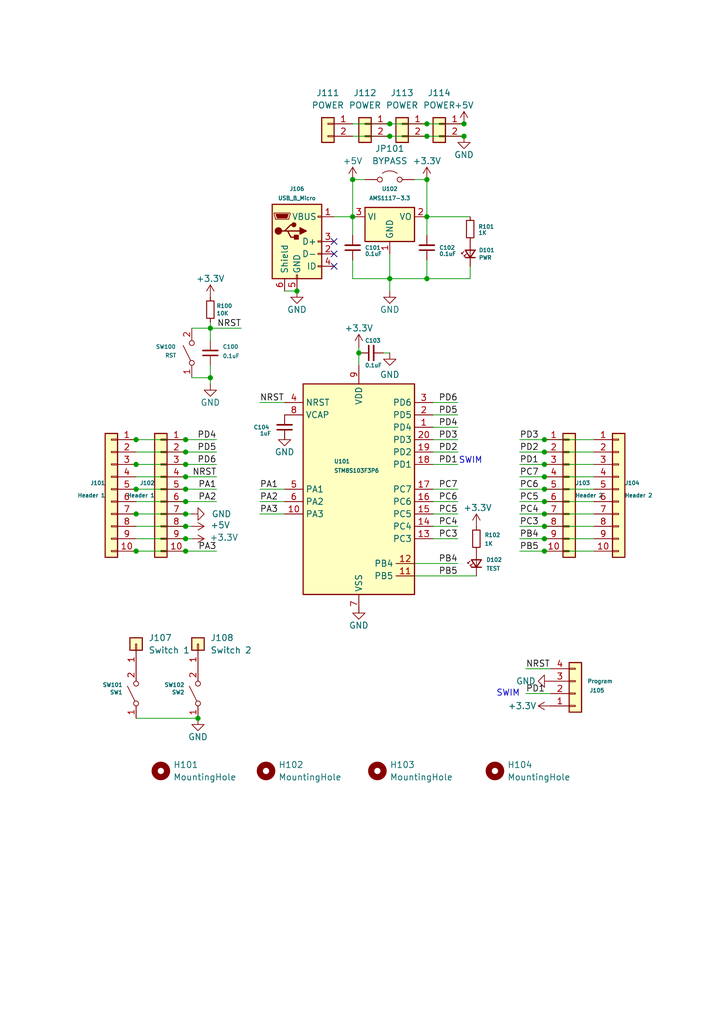
<source format=kicad_sch>
(kicad_sch (version 20231120) (generator "eeschema") (generator_version "8.0")
  (paper "A5" portrait)
  (title_block (title "STM8-Blue") (date "2024-09-28") (rev "1"))
  (lib_symbols
    (symbol "Connector:USB_B_Micro" (pin_names (offset 1.016))
      (property "Reference" "J" (at -5.08 11.43 0))
      (property "Value" "USB_B_Micro" (at -5.08 8.89 0))
      (symbol "USB_B_Micro_0_1"
        (rectangle (start -5.08 -7.62) (end 5.08 7.62) (stroke (width 0.254)) (fill (type background)))
        (circle (center -3.81 2.159) (radius 0.635) (stroke (width 0.254)) (fill (type outline)))
        (circle (center -0.635 3.429) (radius 0.381) (stroke (width 0.254)) (fill (type outline)))
        (rectangle (start -0.127 -7.62) (end 0.127 -6.858))
        (polyline (pts (xy -1.905 2.159) (xy 0.635 2.159)) (stroke (width 0.254)))
        (polyline (pts (xy -3.175 2.159) (xy -2.54 2.159) (xy -1.27 3.429) (xy -0.635 3.429)) (stroke (width 0.254)))
        (polyline (pts (xy -2.54 2.159) (xy -1.905 2.159) (xy -1.27 0.889) (xy 0 0.889)) (stroke (width 0.254)))
        (polyline (pts (xy 0.635 2.794) (xy 0.635 1.524) (xy 1.905 2.159) (xy 0.635 2.794)) (stroke (width 0.254)) (fill (type outline)))
        (polyline (pts (xy -4.318 5.588) (xy -1.778 5.588) (xy -2.032 4.826) (xy -4.064 4.826) (xy -4.318 5.588)) (fill (type outline)))
        (polyline (pts (xy -4.699 5.842) (xy -4.699 5.588) (xy -4.445 4.826) (xy -4.445 4.572) (xy -1.651 4.572) (xy -1.651 4.826) (xy -1.397 5.588) (xy -1.397 5.842) (xy -4.699 5.842)))
        (rectangle (start 0.254 1.27) (end -0.508 0.508) (stroke (width 0.254)) (fill (type outline)))
        (rectangle (start 5.08 -5.207) (end 4.318 -4.953))
        (rectangle (start 5.08 -2.667) (end 4.318 -2.413))
        (rectangle (start 5.08 -0.127) (end 4.318 0.127))
        (rectangle (start 5.08 4.953) (end 4.318 5.207))
      )
      (symbol "USB_B_Micro_1_1"
        (pin power_out line (at 7.62 5.08 180) (length 2.54) (name "VBUS") (number "1"))
        (pin bidirectional line (at 7.62 -2.54 180) (length 2.54) (name "D-") (number "2"))
        (pin bidirectional line (at 7.62 0 180) (length 2.54) (name "D+") (number "3"))
        (pin passive line (at 7.62 -5.08 180) (length 2.54) (name "ID") (number "4"))
        (pin power_out line (at 0 -10.16 90) (length 2.54) (name "GND") (number "5"))
        (pin passive line (at -2.54 -10.16 90) (length 2.54) (name "Shield") (number "6"))
      )
    )
    (symbol "Connector_Generic:Conn_01x01" (pin_names (offset 1.016) hide)
      (property "Reference" "J" (at 0 2.54 0))
      (property "Value" "Conn_01x01" (at 0 -2.54 0))
      (symbol "Conn_01x01_1_1"
        (rectangle (start -1.27 0.127) (end 0 -0.127) (stroke (width 0.1524)))
        (rectangle (start -1.27 1.27) (end 1.27 -1.27) (stroke (width 0.254)) (fill (type background)))
        (pin passive line (at -5.08 0 0) (length 3.81) (name "Pin_1") (number "1"))
      )
    )
    (symbol "Connector_Generic:Conn_01x02" (pin_names (offset 1.016) hide)
      (property "Reference" "J" (at 0 2.54 0))
      (property "Value" "Conn_01x02" (at 0 -5.08 0))
      (symbol "Conn_01x02_1_1"
        (rectangle (start -1.27 -2.413) (end 0 -2.667) (stroke (width 0.1524)))
        (rectangle (start -1.27 0.127) (end 0 -0.127) (stroke (width 0.1524)))
        (rectangle (start -1.27 1.27) (end 1.27 -3.81) (stroke (width 0.254)) (fill (type background)))
        (pin passive line (at -5.08 0 0) (length 3.81) (name "Pin_1") (number "1"))
        (pin passive line (at -5.08 -2.54 0) (length 3.81) (name "Pin_2") (number "2"))
      )
    )
    (symbol "Connector_Generic:Conn_01x04" (pin_names (offset 1.016) hide)
      (property "Reference" "J" (at 0 5.08 0))
      (property "Value" "Conn_01x04" (at 0 -7.62 0))
      (symbol "Conn_01x04_1_1"
        (rectangle (start -1.27 -4.953) (end 0 -5.207) (stroke (width 0.1524)))
        (rectangle (start -1.27 -2.413) (end 0 -2.667) (stroke (width 0.1524)))
        (rectangle (start -1.27 0.127) (end 0 -0.127) (stroke (width 0.1524)))
        (rectangle (start -1.27 2.667) (end 0 2.413) (stroke (width 0.1524)))
        (rectangle (start -1.27 3.81) (end 1.27 -6.35) (stroke (width 0.254)) (fill (type background)))
        (pin passive line (at -5.08 2.54 0) (length 3.81) (name "Pin_1") (number "1"))
        (pin passive line (at -5.08 0 0) (length 3.81) (name "Pin_2") (number "2"))
        (pin passive line (at -5.08 -2.54 0) (length 3.81) (name "Pin_3") (number "3"))
        (pin passive line (at -5.08 -5.08 0) (length 3.81) (name "Pin_4") (number "4"))
      )
    )
    (symbol "Connector_Generic:Conn_01x10" (pin_names (offset 1.016) hide)
      (property "Reference" "J" (at 0 12.7 0))
      (property "Value" "Conn_01x10" (at 0 -15.24 0))
      (symbol "Conn_01x10_1_1"
        (rectangle (start -1.27 -12.573) (end 0 -12.827) (stroke (width 0.1524)))
        (rectangle (start -1.27 -10.033) (end 0 -10.287) (stroke (width 0.1524)))
        (rectangle (start -1.27 -7.493) (end 0 -7.747) (stroke (width 0.1524)))
        (rectangle (start -1.27 -4.953) (end 0 -5.207) (stroke (width 0.1524)))
        (rectangle (start -1.27 -2.413) (end 0 -2.667) (stroke (width 0.1524)))
        (rectangle (start -1.27 0.127) (end 0 -0.127) (stroke (width 0.1524)))
        (rectangle (start -1.27 2.667) (end 0 2.413) (stroke (width 0.1524)))
        (rectangle (start -1.27 5.207) (end 0 4.953) (stroke (width 0.1524)))
        (rectangle (start -1.27 7.747) (end 0 7.493) (stroke (width 0.1524)))
        (rectangle (start -1.27 10.287) (end 0 10.033) (stroke (width 0.1524)))
        (rectangle (start -1.27 11.43) (end 1.27 -13.97) (stroke (width 0.254)) (fill (type background)))
        (pin passive line (at -5.08 10.16 0) (length 3.81) (name "Pin_1") (number "1"))
        (pin passive line (at -5.08 -12.7 0) (length 3.81) (name "Pin_10") (number "10"))
        (pin passive line (at -5.08 7.62 0) (length 3.81) (name "Pin_2") (number "2"))
        (pin passive line (at -5.08 5.08 0) (length 3.81) (name "Pin_3") (number "3"))
        (pin passive line (at -5.08 2.54 0) (length 3.81) (name "Pin_4") (number "4"))
        (pin passive line (at -5.08 0 0) (length 3.81) (name "Pin_5") (number "5"))
        (pin passive line (at -5.08 -2.54 0) (length 3.81) (name "Pin_6") (number "6"))
        (pin passive line (at -5.08 -5.08 0) (length 3.81) (name "Pin_7") (number "7"))
        (pin passive line (at -5.08 -7.62 0) (length 3.81) (name "Pin_8") (number "8"))
        (pin passive line (at -5.08 -10.16 0) (length 3.81) (name "Pin_9") (number "9"))
      )
    )
    (symbol "Device:C_Small" (pin_numbers hide) (pin_names (offset 0.254) hide)
      (property "Reference" "C" (at 0.254 1.778 0))
      (property "Value" "C_Small" (at 0.254 -2.032 0))
      (symbol "C_Small_0_1"
        (polyline (pts (xy -1.524 -0.508) (xy 1.524 -0.508)) (stroke (width 0.3302)))
        (polyline (pts (xy -1.524 0.508) (xy 1.524 0.508)) (stroke (width 0.3048)))
      )
      (symbol "C_Small_1_1"
        (pin passive line (at 0 2.54 270) (length 2.032) (name "~") (number "1"))
        (pin passive line (at 0 -2.54 90) (length 2.032) (name "~") (number "2"))
      )
    )
    (symbol "Device:LED_Small" (pin_numbers hide) (pin_names (offset 0.254) hide)
      (property "Reference" "D" (at -1.27 3.175 0))
      (property "Value" "LED_Small" (at -4.445 -2.54 0))
      (symbol "LED_Small_0_1"
        (polyline (pts (xy -0.762 -1.016) (xy -0.762 1.016)) (stroke (width 0.254)))
        (polyline (pts (xy 1.016 0) (xy -0.762 0)))
        (polyline (pts (xy 0.762 -1.016) (xy -0.762 0) (xy 0.762 1.016) (xy 0.762 -1.016)) (stroke (width 0.254)))
        (polyline (pts (xy 0 0.762) (xy -0.508 1.27) (xy -0.254 1.27) (xy -0.508 1.27) (xy -0.508 1.016)))
        (polyline (pts (xy 0.508 1.27) (xy 0 1.778) (xy 0.254 1.778) (xy 0 1.778) (xy 0 1.524)))
      )
      (symbol "LED_Small_1_1"
        (pin passive line (at -2.54 0 0) (length 1.778) (name "K") (number "1"))
        (pin passive line (at 2.54 0 180) (length 1.778) (name "A") (number "2"))
      )
    )
    (symbol "Device:R_Small" (pin_numbers hide) (pin_names (offset 0.254) hide)
      (property "Reference" "R" (at 0.762 0.508 0))
      (property "Value" "R_Small" (at 0.762 -1.016 0))
      (symbol "R_Small_0_1"
        (rectangle (start -0.762 1.778) (end 0.762 -1.778) (stroke (width 0.2032)))
      )
      (symbol "R_Small_1_1"
        (pin passive line (at 0 2.54 270) (length 0.762) (name "~") (number "1"))
        (pin passive line (at 0 -2.54 90) (length 0.762) (name "~") (number "2"))
      )
    )
    (symbol "Jumper:Jumper_2_Open" (pin_numbers hide) (pin_names (offset 0) hide) (exclude_from_sim yes)
      (property "Reference" "JP" (at 0 2.794 0))
      (property "Value" "Jumper_2_Open" (at 0 -2.286 0))
      (symbol "Jumper_2_Open_0_0"
        (circle (center -2.032 0) (radius 0.508))
        (circle (center 2.032 0) (radius 0.508))
      )
      (symbol "Jumper_2_Open_0_1"
        (arc (start 1.524 1.27) (mid 0 1.778) (end -1.524 1.27))
      )
      (symbol "Jumper_2_Open_1_1"
        (pin passive line (at -5.08 0 0) (length 2.54) (name "A") (number "1"))
        (pin passive line (at 5.08 0 180) (length 2.54) (name "B") (number "2"))
      )
    )
    (symbol "Ken:STM8S003F3P"
      (property "Reference" "U102" (at -5.08 5.715 0))
      (property "Value" "STM8S103F3P6" (at -5.08 3.81 0))
      (symbol "STM8S003F3P_0_1"
        (rectangle (start -11.43 21.59) (end 11.43 -21.59) (stroke (width 0.254)) (fill (type background)))
      )
      (symbol "STM8S003F3P_1_1"
        (pin bidirectional line (at 15.24 12.7 180) (length 3.81) (name "PD4") (number "1"))
        (pin bidirectional line (at -15.24 -5.08 0) (length 3.81) (name "PA3") (number "10"))
        (pin bidirectional line (at 11.43 -17.78 180) (length 3.81) (name "PB5") (number "11"))
        (pin bidirectional line (at 11.43 -15.24 180) (length 3.81) (name "PB4") (number "12"))
        (pin bidirectional line (at 15.24 -10.16 180) (length 3.81) (name "PC3") (number "13"))
        (pin bidirectional line (at 15.24 -7.62 180) (length 3.81) (name "PC4") (number "14"))
        (pin bidirectional line (at 15.24 -5.08 180) (length 3.81) (name "PC5") (number "15"))
        (pin bidirectional line (at 15.24 -2.54 180) (length 3.81) (name "PC6") (number "16"))
        (pin bidirectional line (at 15.24 0 180) (length 3.81) (name "PC7") (number "17"))
        (pin bidirectional line (at 15.24 5.08 180) (length 3.81) (name "PD1") (number "18"))
        (pin bidirectional line (at 15.24 7.62 180) (length 3.81) (name "PD2") (number "19"))
        (pin bidirectional line (at 15.24 15.24 180) (length 3.81) (name "PD5") (number "2"))
        (pin bidirectional line (at 15.24 10.16 180) (length 3.81) (name "PD3") (number "20"))
        (pin bidirectional line (at 15.24 17.78 180) (length 3.81) (name "PD6") (number "3"))
        (pin input line (at -15.24 17.78 0) (length 3.81) (name "NRST") (number "4"))
        (pin bidirectional line (at -15.24 0 0) (length 3.81) (name "PA1") (number "5"))
        (pin bidirectional line (at -15.24 -2.54 0) (length 3.81) (name "PA2") (number "6"))
        (pin power_in line (at 0 -25.4 90) (length 3.81) (name "VSS") (number "7"))
        (pin passive line (at -15.24 15.24 0) (length 3.81) (name "VCAP") (number "8"))
        (pin power_in line (at 0 25.4 270) (length 3.81) (name "VDD") (number "9"))
      )
    )
    (symbol "Mechanical:MountingHole" (pin_names (offset 1.016)) (exclude_from_sim yes) (in_bom no)
      (property "Reference" "H" (at 0 5.08 0))
      (property "Value" "MountingHole" (at 0 3.175 0))
      (symbol "MountingHole_0_1"
        (circle (center 0 0) (radius 1.27) (stroke (width 1.27)))
      )
    )
    (symbol "Regulator_Linear:AMS1117-3.3"
      (property "Reference" "U" (at -3.81 3.175 0))
      (property "Value" "AMS1117-3.3" (at 0 3.175 0))
      (symbol "AMS1117-3.3_0_1"
        (rectangle (start -5.08 -5.08) (end 5.08 1.905) (stroke (width 0.254)) (fill (type background)))
      )
      (symbol "AMS1117-3.3_1_1"
        (pin power_in line (at 0 -7.62 90) (length 2.54) (name "GND") (number "1"))
        (pin power_out line (at 7.62 0 180) (length 2.54) (name "VO") (number "2"))
        (pin power_in line (at -7.62 0 0) (length 2.54) (name "VI") (number "3"))
      )
    )
    (symbol "Switch:SW_SPST" (pin_names (offset 0) hide)
      (property "Reference" "SW" (at 0 3.175 0))
      (property "Value" "SW_SPST" (at 0 -2.54 0))
      (symbol "SW_SPST_0_0"
        (circle (center -2.032 0) (radius 0.508))
        (polyline (pts (xy -1.524 0.254) (xy 1.524 1.778)))
        (circle (center 2.032 0) (radius 0.508))
      )
      (symbol "SW_SPST_1_1"
        (pin passive line (at -5.08 0 0) (length 2.54) (name "A") (number "1"))
        (pin passive line (at 5.08 0 180) (length 2.54) (name "B") (number "2"))
      )
    )
    (symbol "power:+3.3V" (power) (pin_numbers hide) (pin_names (offset 0) hide)
      (property "Value" "+3.3V" (at 0 3.556 0))
      (symbol "+3.3V_0_1"
        (polyline (pts (xy -0.762 1.27) (xy 0 2.54)))
        (polyline (pts (xy 0 0) (xy 0 2.54)))
        (polyline (pts (xy 0 2.54) (xy 0.762 1.27)))
      )
      (symbol "+3.3V_1_1"
        (pin power_in line (at 0 0 90) (length 0) (name "~") (number "1"))
      )
    )
    (symbol "power:+5V" (power) (pin_numbers hide) (pin_names (offset 0) hide)
      (property "Value" "+5V" (at 0 3.556 0))
      (symbol "+5V_0_1"
        (polyline (pts (xy -0.762 1.27) (xy 0 2.54)))
        (polyline (pts (xy 0 0) (xy 0 2.54)))
        (polyline (pts (xy 0 2.54) (xy 0.762 1.27)))
      )
      (symbol "+5V_1_1"
        (pin power_in line (at 0 0 90) (length 0) (name "~") (number "1"))
      )
    )
    (symbol "power:GND" (power) (pin_numbers hide) (pin_names (offset 0) hide)
      (property "Value" "GND" (at 0 -3.81 0))
      (symbol "GND_0_1"
        (polyline (pts (xy 0 0) (xy 0 -1.27) (xy 1.27 -1.27) (xy 0 -2.54) (xy -1.27 -1.27) (xy 0 -1.27)))
      )
      (symbol "GND_1_1"
        (pin power_in line (at 0 0 270) (length 0) (name "~") (number "1"))
      )
    )
  )
  (junction (at 38.1 90.17))
  (junction (at 87.63 27.94))
  (junction (at 43.18 67.31))
  (junction (at 111.76 92.71))
  (junction (at 73.66 72.39))
  (junction (at 60.96 59.69))
  (junction (at 72.39 44.45))
  (junction (at 111.76 105.41))
  (junction (at 111.76 107.95))
  (junction (at 80.01 25.4))
  (junction (at 40.64 147.32))
  (junction (at 38.1 105.41))
  (junction (at 111.76 110.49))
  (junction (at 80.01 27.94))
  (junction (at 38.1 113.03))
  (junction (at 111.76 95.25))
  (junction (at 27.94 113.03))
  (junction (at 111.76 102.87))
  (junction (at 87.63 57.15))
  (junction (at 38.1 97.79))
  (junction (at 72.39 36.83))
  (junction (at 43.18 77.47))
  (junction (at 87.63 36.83))
  (junction (at 27.94 105.41))
  (junction (at 80.01 57.15))
  (junction (at 95.25 25.4))
  (junction (at 38.1 107.95))
  (junction (at 27.94 100.33))
  (junction (at 87.63 44.45))
  (junction (at 87.63 25.4))
  (junction (at 111.76 97.79))
  (junction (at 38.1 92.71))
  (junction (at 38.1 110.49))
  (junction (at 38.1 102.87))
  (junction (at 95.25 27.94))
  (junction (at 111.76 90.17))
  (junction (at 38.1 100.33))
  (junction (at 27.94 90.17))
  (junction (at 27.94 95.25))
  (junction (at 111.76 113.03))
  (junction (at 111.76 100.33))
  (junction (at 38.1 95.25))
  (no_connect (at 68.58 49.53))
  (no_connect (at 68.58 52.07))
  (no_connect (at 68.58 54.61))
  (wire (pts (xy 93.98 100.33) (xy 88.9 100.33)))
  (wire (pts (xy 111.76 102.87) (xy 106.68 102.87)))
  (wire (pts (xy 93.98 107.95) (xy 88.9 107.95)))
  (wire (pts (xy 27.94 97.79) (xy 38.1 97.79)))
  (wire (pts (xy 72.39 25.4) (xy 80.01 25.4)))
  (wire (pts (xy 88.9 85.09) (xy 93.98 85.09)))
  (wire (pts (xy 73.66 124.46) (xy 73.66 125.73)))
  (wire (pts (xy 38.1 107.95) (xy 39.37 107.95)))
  (wire (pts (xy 26.67 113.03) (xy 27.94 113.03)))
  (wire (pts (xy 53.34 82.55) (xy 58.42 82.55)))
  (wire (pts (xy 72.39 57.15) (xy 80.01 57.15)))
  (wire (pts (xy 111.76 107.95) (xy 106.68 107.95)))
  (wire (pts (xy 88.9 90.17) (xy 93.98 90.17)))
  (wire (pts (xy 80.01 57.15) (xy 80.01 59.69)))
  (wire (pts (xy 27.94 147.32) (xy 40.64 147.32)))
  (wire (pts (xy 87.63 53.34) (xy 87.63 57.15)))
  (wire (pts (xy 96.52 44.45) (xy 87.63 44.45)))
  (wire (pts (xy 27.94 90.17) (xy 38.1 90.17)))
  (wire (pts (xy 111.76 97.79) (xy 121.92 97.79)))
  (wire (pts (xy 27.94 100.33) (xy 38.1 100.33)))
  (wire (pts (xy 73.66 71.12) (xy 73.66 72.39)))
  (wire (pts (xy 43.18 67.31) (xy 43.18 69.85)))
  (wire (pts (xy 96.52 54.61) (xy 96.52 57.15)))
  (wire (pts (xy 72.39 27.94) (xy 80.01 27.94)))
  (wire (pts (xy 38.1 102.87) (xy 44.45 102.87)))
  (wire (pts (xy 80.01 27.94) (xy 87.63 27.94)))
  (wire (pts (xy 111.76 107.95) (xy 121.92 107.95)))
  (wire (pts (xy 111.76 95.25) (xy 121.92 95.25)))
  (wire (pts (xy 111.76 100.33) (xy 106.68 100.33)))
  (wire (pts (xy 27.94 110.49) (xy 38.1 110.49)))
  (wire (pts (xy 111.76 90.17) (xy 106.68 90.17)))
  (wire (pts (xy 111.76 105.41) (xy 121.92 105.41)))
  (wire (pts (xy 58.42 88.9) (xy 58.42 90.17)))
  (wire (pts (xy 68.58 44.45) (xy 72.39 44.45)))
  (wire (pts (xy 38.1 95.25) (xy 44.45 95.25)))
  (wire (pts (xy 27.94 107.95) (xy 38.1 107.95)))
  (wire (pts (xy 39.37 77.47) (xy 43.18 77.47)))
  (wire (pts (xy 53.34 100.33) (xy 58.42 100.33)))
  (wire (pts (xy 26.67 100.33) (xy 27.94 100.33)))
  (wire (pts (xy 43.18 77.47) (xy 43.18 78.74)))
  (wire (pts (xy 88.9 92.71) (xy 93.98 92.71)))
  (wire (pts (xy 43.18 67.31) (xy 43.18 66.04)))
  (wire (pts (xy 111.76 100.33) (xy 121.92 100.33)))
  (wire (pts (xy 111.76 113.03) (xy 106.68 113.03)))
  (wire (pts (xy 38.1 105.41) (xy 39.37 105.41)))
  (wire (pts (xy 58.42 59.69) (xy 60.96 59.69)))
  (wire (pts (xy 43.18 74.93) (xy 43.18 77.47)))
  (wire (pts (xy 93.98 95.25) (xy 88.9 95.25)))
  (wire (pts (xy 27.94 105.41) (xy 38.1 105.41)))
  (wire (pts (xy 80.01 52.07) (xy 80.01 57.15)))
  (wire (pts (xy 111.76 113.03) (xy 121.92 113.03)))
  (wire (pts (xy 87.63 27.94) (xy 95.25 27.94)))
  (wire (pts (xy 53.34 102.87) (xy 58.42 102.87)))
  (wire (pts (xy 38.1 90.17) (xy 44.45 90.17)))
  (wire (pts (xy 93.98 110.49) (xy 88.9 110.49)))
  (wire (pts (xy 26.67 90.17) (xy 27.94 90.17)))
  (wire (pts (xy 106.68 105.41) (xy 111.76 105.41)))
  (wire (pts (xy 111.76 110.49) (xy 106.68 110.49)))
  (wire (pts (xy 38.1 110.49) (xy 39.37 110.49)))
  (wire (pts (xy 43.18 67.31) (xy 49.53 67.31)))
  (wire (pts (xy 93.98 102.87) (xy 88.9 102.87)))
  (wire (pts (xy 27.94 92.71) (xy 38.1 92.71)))
  (wire (pts (xy 73.66 72.39) (xy 73.66 74.93)))
  (wire (pts (xy 87.63 48.26) (xy 87.63 44.45)))
  (wire (pts (xy 111.76 102.87) (xy 121.92 102.87)))
  (wire (pts (xy 27.94 102.87) (xy 38.1 102.87)))
  (wire (pts (xy 72.39 36.83) (xy 74.93 36.83)))
  (wire (pts (xy 72.39 53.34) (xy 72.39 57.15)))
  (wire (pts (xy 111.76 92.71) (xy 121.92 92.71)))
  (wire (pts (xy 80.01 25.4) (xy 87.63 25.4)))
  (wire (pts (xy 87.63 36.83) (xy 87.63 44.45)))
  (wire (pts (xy 87.63 57.15) (xy 80.01 57.15)))
  (wire (pts (xy 26.67 95.25) (xy 27.94 95.25)))
  (wire (pts (xy 97.79 118.11) (xy 85.09 118.11)))
  (wire (pts (xy 38.1 97.79) (xy 44.45 97.79)))
  (wire (pts (xy 72.39 36.83) (xy 72.39 44.45)))
  (wire (pts (xy 38.1 92.71) (xy 44.45 92.71)))
  (wire (pts (xy 111.76 110.49) (xy 121.92 110.49)))
  (wire (pts (xy 88.9 82.55) (xy 93.98 82.55)))
  (wire (pts (xy 111.76 97.79) (xy 106.68 97.79)))
  (wire (pts (xy 113.03 142.24) (xy 107.95 142.24)))
  (wire (pts (xy 96.52 57.15) (xy 87.63 57.15)))
  (wire (pts (xy 93.98 115.57) (xy 85.09 115.57)))
  (wire (pts (xy 93.98 105.41) (xy 88.9 105.41)))
  (wire (pts (xy 85.09 36.83) (xy 87.63 36.83)))
  (wire (pts (xy 111.76 92.71) (xy 106.68 92.71)))
  (wire (pts (xy 88.9 87.63) (xy 93.98 87.63)))
  (wire (pts (xy 27.94 95.25) (xy 38.1 95.25)))
  (wire (pts (xy 87.63 25.4) (xy 95.25 25.4)))
  (wire (pts (xy 38.1 113.03) (xy 44.45 113.03)))
  (wire (pts (xy 26.67 105.41) (xy 27.94 105.41)))
  (wire (pts (xy 113.03 137.16) (xy 107.95 137.16)))
  (wire (pts (xy 111.76 90.17) (xy 121.92 90.17)))
  (wire (pts (xy 39.37 67.31) (xy 43.18 67.31)))
  (wire (pts (xy 111.76 95.25) (xy 106.68 95.25)))
  (wire (pts (xy 27.94 113.03) (xy 38.1 113.03)))
  (wire (pts (xy 78.74 72.39) (xy 80.01 72.39)))
  (wire (pts (xy 72.39 48.26) (xy 72.39 44.45)))
  (wire (pts (xy 53.34 105.41) (xy 58.42 105.41)))
  (wire (pts (xy 38.1 100.33) (xy 44.45 100.33)))
  (text "SWIM" (at 99.06 95.25 0) (effects (font (size 1.27 1.27)) (justify right bottom)))
  (text "SWIM" (at 101.854 143.002 0) (effects (font (size 1.27 1.27)) (justify left bottom)))
  (label "PA2" (at 44.45 102.87 180))
  (label "PD3" (at 106.68 90.17 0))
  (label "PB5" (at 93.98 118.11 180))
  (label "PA2" (at 53.34 102.87 0))
  (label "PD3" (at 93.98 90.17 180))
  (label "PC5" (at 93.98 105.41 180))
  (label "PA3" (at 44.45 113.03 180))
  (label "NRST" (at 53.34 82.55 0))
  (label "PD2" (at 93.98 92.71 180))
  (label "PD6" (at 93.98 82.55 180))
  (label "NRST" (at 44.45 97.79 180))
  (label "PC7" (at 93.98 100.33 180))
  (label "PC3" (at 106.68 107.95 0))
  (label "PC4" (at 106.68 105.41 0))
  (label "NRST" (at 49.53 67.31 180))
  (label "PB4" (at 106.68 110.49 0))
  (label "PD1" (at 107.95 142.24 0))
  (label "PA1" (at 44.45 100.33 180))
  (label "PD4" (at 44.45 90.17 180))
  (label "PC4" (at 93.98 107.95 180))
  (label "PD4" (at 93.98 87.63 180))
  (label "PD6" (at 44.45 95.25 180))
  (label "PD2" (at 106.68 92.71 0))
  (label "PB5" (at 106.68 113.03 0))
  (label "PD5" (at 44.45 92.71 180))
  (label "PA3" (at 53.34 105.41 0))
  (label "PC6" (at 93.98 102.87 180))
  (label "PB4" (at 93.98 115.57 180))
  (label "PA1" (at 53.34 100.33 0))
  (label "PC7" (at 106.68 97.79 0))
  (label "PC3" (at 93.98 110.49 180))
  (label "NRST" (at 107.95 137.16 0))
  (label "PD1" (at 93.98 95.25 180))
  (label "PD5" (at 93.98 85.09 180))
  (label "PC6" (at 106.68 100.33 0))
  (label "PC5" (at 106.68 102.87 0))
  (label "PD1" (at 106.68 95.25 0))
  (symbol (lib_id "Switch:SW_SPST") (at 39.37 72.39 90) (unit 1)
    (property "Reference" "SW100" (at 34.036 71.12 90) (effects (font (size 0.8 0.8))))
    (property "Value" "RST" (at 35.052 72.898 90) (effects (font (size 0.8 0.8))))
    (property "Footprint" "Button_Switch_THT:SW_PUSH_6mm_H5mm" (effects (hide yes)))
    (property "Description" "Single Pole Single Throw (SPST) switch" (effects (hide yes)))
  )
  (symbol (lib_id "power:GND") (at 43.18 78.74 0) (unit 1)
    (property "Reference" "#PWR0108" (effects (hide yes)))
    (property "Value" "GND" (at 43.18 82.55 0))
    (property "Description" "Power symbol creates a global label with name \"GND\" , ground" (effects (hide yes)))
  )
  (symbol (lib_id "Device:R_Small") (at 43.18 63.5 180) (unit 1)
    (property "Reference" "R100" (at 44.45 62.738 0) (effects (font (size 0.8 0.8)) (justify right)))
    (property "Value" "10K" (at 44.45 64.262 0) (effects (font (size 0.8 0.8)) (justify right)))
    (property "Footprint" "Resistor_THT:R_Axial_DIN0207_L6.3mm_D2.5mm_P10.16mm_Horizontal" (effects (hide yes)))
    (property "Description" "Resistor, small symbol" (effects (hide yes)))
  )
  (symbol (lib_id "Mechanical:MountingHole") (at 33.02 158.115 0) (unit 1)
    (property "Reference" "H101" (at 35.56 156.845 0) (effects (justify left)))
    (property "Value" "MountingHole" (at 35.56 159.385 0) (effects (justify left)))
    (property "Footprint" "MountingHole:MountingHole_3.5mm_Pad" (effects (hide yes)))
    (property "Description" "Mounting Hole without connection" (effects (hide yes)))
  )
  (symbol (lib_id "Device:C_Small") (at 43.18 72.39 180) (unit 1)
    (property "Reference" "C100" (at 45.72 71.1136 0) (effects (font (size 0.8 0.8)) (justify right)))
    (property "Value" "0.1uF" (at 45.72 73.0186 0) (effects (font (size 0.8 0.8)) (justify right)))
    (property "Footprint" "Capacitor_SMD:C_0805_2012Metric_Pad1.18x1.45mm_HandSolder" (effects (hide yes)))
    (property "Description" "Unpolarized capacitor, small symbol" (effects (hide yes)))
  )
  (symbol (lib_id "Device:C_Small") (at 87.63 50.8 180) (unit 1)
    (property "Reference" "C102" (at 90.17 50.8 0) (effects (font (size 0.8 0.8)) (justify right)))
    (property "Value" "0.1uF" (at 90.17 52.07 0) (effects (font (size 0.8 0.8)) (justify right)))
    (property "Footprint" "Capacitor_SMD:C_0805_2012Metric_Pad1.18x1.45mm_HandSolder" (effects (hide yes)))
    (property "Description" "Unpolarized capacitor, small symbol" (effects (hide yes)))
  )
  (symbol (lib_id "power:+3.3V") (at 87.63 36.83 0) (unit 1)
    (property "Reference" "#PWR0104" (effects (hide yes)))
    (property "Value" "+3.3V" (at 87.63 33.02 0))
    (property "Description" "Power symbol creates a global label with name \"+3.3V\"" (effects (hide yes)))
  )
  (symbol (lib_id "Device:C_Small") (at 58.42 87.63 180) (unit 1)
    (property "Reference" "C104" (at 52.07 87.63 0) (effects (font (size 0.8 0.8)) (justify right)))
    (property "Value" "1uF" (at 53.34 88.9 0) (effects (font (size 0.8 0.8)) (justify right)))
    (property "Footprint" "Capacitor_SMD:C_0805_2012Metric_Pad1.18x1.45mm_HandSolder" (effects (hide yes)))
    (property "Description" "Unpolarized capacitor, small symbol" (effects (hide yes)))
  )
  (symbol (lib_id "power:GND") (at 73.66 124.46 0) (unit 1)
    (property "Reference" "#PWR0118" (effects (hide yes)))
    (property "Value" "GND" (at 73.66 128.27 0))
    (property "Description" "Power symbol creates a global label with name \"GND\" , ground" (effects (hide yes)))
  )
  (symbol (lib_id "Connector_Generic:Conn_01x01") (at 40.64 132.08 90) (unit 1)
    (property "Reference" "J108" (at 43.18 130.81 90) (effects (justify right)))
    (property "Value" "Switch 2" (at 43.18 133.35 90) (effects (justify right)))
    (property "Footprint" "Connector_Wire:SolderWire-0.127sqmm_1x01_D0.48mm_OD1mm" (effects (hide yes)))
    (property "Description" "Generic connector, single row, 01x01, script generated (kicad-library-utils/schlib/autogen/connector/)" (effects (hide yes)))
  )
  (symbol (lib_id "power:+5V") (at 72.39 36.83 0) (unit 1)
    (property "Reference" "#PWR0103" (effects (hide yes)))
    (property "Value" "+5V" (at 72.39 33.02 0))
    (property "Description" "Power symbol creates a global label with name \"+5V\"" (effects (hide yes)))
  )
  (symbol (lib_id "power:+5V") (at 39.37 107.95 270) (unit 1)
    (property "Reference" "#PWR0107" (effects (hide yes)))
    (property "Value" "+5V" (at 45.212 107.696 90))
    (property "Description" "Power symbol creates a global label with name \"+5V\"" (effects (hide yes)))
  )
  (symbol (lib_id "Mechanical:MountingHole") (at 54.61 158.115 0) (unit 1)
    (property "Reference" "H102" (at 57.15 156.845 0) (effects (justify left)))
    (property "Value" "MountingHole" (at 57.15 159.385 0) (effects (justify left)))
    (property "Footprint" "MountingHole:MountingHole_3.5mm_Pad" (effects (hide yes)))
    (property "Description" "Mounting Hole without connection" (effects (hide yes)))
  )
  (symbol (lib_id "power:GND") (at 80.01 59.69 0) (unit 1)
    (property "Reference" "#PWR0109" (effects (hide yes)))
    (property "Value" "GND" (at 80.01 63.5 0))
    (property "Description" "Power symbol creates a global label with name \"GND\" , ground" (effects (hide yes)))
  )
  (symbol (lib_id "power:GND") (at 95.25 27.94 0) (unit 1)
    (property "Reference" "#PWR0120" (effects (hide yes)))
    (property "Value" "GND" (at 95.25 31.75 0))
    (property "Description" "Power symbol creates a global label with name \"GND\" , ground" (effects (hide yes)))
  )
  (symbol (lib_id "power:+3.3V") (at 113.03 144.78 90) (unit 1)
    (property "Reference" "#PWR0114" (effects (hide yes)))
    (property "Value" "+3.3V" (at 107.188 144.78 90))
    (property "Description" "Power symbol creates a global label with name \"+3.3V\"" (effects (hide yes)))
  )
  (symbol (lib_id "Connector_Generic:Conn_01x02") (at 90.17 25.4 0) (mirror y) (unit 1)
    (property "Reference" "J114" (at 90.17 19.05 0))
    (property "Value" "POWER" (at 90.17 21.59 0))
    (property "Footprint" "Connector_PinHeader_2.54mm:PinHeader_1x02_P2.54mm_Vertical" (effects (hide yes)))
    (property "Description" "Generic connector, single row, 01x02, script generated (kicad-library-utils/schlib/autogen/connector/)" (effects (hide yes)))
  )
  (symbol (lib_id "Connector_Generic:Conn_01x02") (at 74.93 25.4 0) (mirror y) (unit 1)
    (property "Reference" "J112" (at 74.93 19.05 0))
    (property "Value" "POWER" (at 74.93 21.59 0))
    (property "Footprint" "Connector_PinHeader_2.54mm:PinHeader_1x02_P2.54mm_Vertical" (effects (hide yes)))
    (property "Description" "Generic connector, single row, 01x02, script generated (kicad-library-utils/schlib/autogen/connector/)" (effects (hide yes)))
  )
  (symbol (lib_id "Device:LED_Small") (at 96.52 52.07 90) (unit 1)
    (property "Reference" "D101" (at 98.298 51.308 90) (effects (font (size 0.8 0.8)) (justify right)))
    (property "Value" "PWR" (at 98.298 52.832 90) (effects (font (size 0.8 0.8)) (justify right)))
    (property "Footprint" "LED_THT:LED_D3.0mm" (effects (hide yes)))
    (property "Description" "Light emitting diode, small symbol" (effects (hide yes)))
  )
  (symbol (lib_id "Connector_Generic:Conn_01x10") (at 33.02 100.33 0) (mirror y) (unit 1)
    (property "Reference" "J102" (at 31.75 99.06 0) (effects (font (size 0.8 0.8)) (justify left)))
    (property "Value" "Header 1" (at 31.75 101.6 0) (effects (font (size 0.8 0.8)) (justify left)))
    (property "Footprint" "Connector_PinHeader_2.54mm:PinHeader_1x10_P2.54mm_Vertical" (effects (hide yes)))
    (property "Description" "Generic connector, single row, 01x10, script generated (kicad-library-utils/schlib/autogen/connector/)" (effects (hide yes)))
  )
  (symbol (lib_id "Jumper:Jumper_2_Open") (at 80.01 36.83 0) (unit 1)
    (property "Reference" "JP101" (at 80.01 30.48 0))
    (property "Value" "BYPASS" (at 80.01 33.02 0))
    (property "Footprint" "Connector_PinHeader_2.54mm:PinHeader_1x02_P2.54mm_Vertical" (effects (hide yes)))
    (property "Description" "Jumper, 2-pole, open" (effects (hide yes)))
  )
  (symbol (lib_id "power:GND") (at 60.96 59.69 0) (unit 1)
    (property "Reference" "#PWR0111" (effects (hide yes)))
    (property "Value" "GND" (at 60.96 63.5 0))
    (property "Description" "Power symbol creates a global label with name \"GND\" , ground" (effects (hide yes)))
  )
  (symbol (lib_id "Device:C_Small") (at 76.2 72.39 90) (mirror x) (unit 1)
    (property "Reference" "C103" (at 74.93 69.85 90) (effects (font (size 0.8 0.8)) (justify right)))
    (property "Value" "0.1uF" (at 74.93 74.93 90) (effects (font (size 0.8 0.8)) (justify right)))
    (property "Footprint" "Capacitor_SMD:C_0805_2012Metric_Pad1.18x1.45mm_HandSolder" (effects (hide yes)))
    (property "Description" "Unpolarized capacitor, small symbol" (effects (hide yes)))
  )
  (symbol (lib_id "power:GND") (at 39.37 105.41 90) (unit 1)
    (property "Reference" "#PWR0106" (effects (hide yes)))
    (property "Value" "GND" (at 45.466 105.41 90))
    (property "Description" "Power symbol creates a global label with name \"GND\" , ground" (effects (hide yes)))
  )
  (symbol (lib_id "power:+3.3V") (at 97.79 107.95 0) (unit 1)
    (property "Reference" "#PWR0116" (effects (hide yes)))
    (property "Value" "+3.3V" (at 98.044 104.14 0))
    (property "Description" "Power symbol creates a global label with name \"+3.3V\"" (effects (hide yes)))
  )
  (symbol (lib_id "power:+5V") (at 95.25 25.4 0) (unit 1)
    (property "Reference" "#PWR0119" (effects (hide yes)))
    (property "Value" "+5V" (at 95.25 21.59 0))
    (property "Description" "Power symbol creates a global label with name \"+5V\"" (effects (hide yes)))
  )
  (symbol (lib_id "Mechanical:MountingHole") (at 101.6 158.115 0) (unit 1)
    (property "Reference" "H104" (at 104.14 156.845 0) (effects (justify left)))
    (property "Value" "MountingHole" (at 104.14 159.385 0) (effects (justify left)))
    (property "Footprint" "MountingHole:MountingHole_3.5mm_Pad" (effects (hide yes)))
    (property "Description" "Mounting Hole without connection" (effects (hide yes)))
  )
  (symbol (lib_id "power:+3.3V") (at 43.18 60.96 0) (unit 1)
    (property "Reference" "#PWR0101" (effects (hide yes)))
    (property "Value" "+3.3V" (at 43.18 57.15 0))
    (property "Description" "Power symbol creates a global label with name \"+3.3V\"" (effects (hide yes)))
  )
  (symbol (lib_id "Connector:USB_B_Micro") (at 60.96 49.53 0) (unit 1)
    (property "Reference" "J106" (at 60.96 38.735 0) (effects (font (size 0.8 0.8))))
    (property "Value" "USB_B_Micro" (at 60.96 40.64 0) (effects (font (size 0.8 0.8))))
    (property "Footprint" "Ken:USB Micro power" (effects (hide yes)))
    (property "Description" "USB Micro Type B connector" (effects (hide yes)))
  )
  (symbol (lib_id "Connector_Generic:Conn_01x10") (at 22.86 100.33 0) (mirror y) (unit 1)
    (property "Reference" "J101" (at 21.59 99.06 0) (effects (font (size 0.8 0.8)) (justify left)))
    (property "Value" "Header 1" (at 21.59 101.6 0) (effects (font (size 0.8 0.8)) (justify left)))
    (property "Footprint" "Connector_PinHeader_2.54mm:PinHeader_1x10_P2.54mm_Vertical" (effects (hide yes)))
    (property "Description" "Generic connector, single row, 01x10, script generated (kicad-library-utils/schlib/autogen/connector/)" (effects (hide yes)))
  )
  (symbol (lib_id "Switch:SW_SPST") (at 27.94 142.24 90) (unit 1)
    (property "Reference" "SW101" (at 23.114 140.462 90) (effects (font (size 0.8 0.8))))
    (property "Value" "SW1" (at 23.876 141.986 90) (effects (font (size 0.8 0.8))))
    (property "Footprint" "Button_Switch_THT:SW_PUSH_6mm_H5mm" (effects (hide yes)))
    (property "Description" "Single Pole Single Throw (SPST) switch" (effects (hide yes)))
  )
  (symbol (lib_id "Device:C_Small") (at 72.39 50.8 180) (unit 1)
    (property "Reference" "C101" (at 74.93 50.8 0) (effects (font (size 0.8 0.8)) (justify right)))
    (property "Value" "0.1uF" (at 74.93 52.07 0) (effects (font (size 0.8 0.8)) (justify right)))
    (property "Footprint" "Capacitor_SMD:C_0805_2012Metric_Pad1.18x1.45mm_HandSolder" (effects (hide yes)))
    (property "Description" "Unpolarized capacitor, small symbol" (effects (hide yes)))
  )
  (symbol (lib_id "power:+3.3V") (at 73.66 71.12 0) (unit 1)
    (property "Reference" "#PWR0112" (effects (hide yes)))
    (property "Value" "+3.3V" (at 73.66 67.31 0))
    (property "Description" "Power symbol creates a global label with name \"+3.3V\"" (effects (hide yes)))
  )
  (symbol (lib_id "Connector_Generic:Conn_01x02") (at 82.55 25.4 0) (mirror y) (unit 1)
    (property "Reference" "J113" (at 82.55 19.05 0))
    (property "Value" "POWER" (at 82.55 21.59 0))
    (property "Footprint" "Connector_PinHeader_2.54mm:PinHeader_1x02_P2.54mm_Vertical" (effects (hide yes)))
    (property "Description" "Generic connector, single row, 01x02, script generated (kicad-library-utils/schlib/autogen/connector/)" (effects (hide yes)))
  )
  (symbol (lib_id "Mechanical:MountingHole") (at 77.47 158.115 0) (unit 1)
    (property "Reference" "H103" (at 80.01 156.845 0) (effects (justify left)))
    (property "Value" "MountingHole" (at 80.01 159.385 0) (effects (justify left)))
    (property "Footprint" "MountingHole:MountingHole_3.5mm_Pad" (effects (hide yes)))
    (property "Description" "Mounting Hole without connection" (effects (hide yes)))
  )
  (symbol (lib_id "power:GND") (at 113.03 139.7 270) (unit 1)
    (property "Reference" "#PWR0115" (effects (hide yes)))
    (property "Value" "GND" (at 107.95 139.7 90))
    (property "Description" "Power symbol creates a global label with name \"GND\" , ground" (effects (hide yes)))
  )
  (symbol (lib_id "Device:R_Small") (at 96.52 46.99 0) (unit 1)
    (property "Reference" "R101" (at 99.822 46.482 0) (effects (font (size 0.8 0.8))))
    (property "Value" "1K" (at 99.06 47.752 0) (effects (font (size 0.8 0.8))))
    (property "Footprint" "Resistor_THT:R_Axial_DIN0207_L6.3mm_D2.5mm_P10.16mm_Horizontal" (effects (hide yes)))
    (property "Description" "Resistor, small symbol" (effects (hide yes)))
  )
  (symbol (lib_id "Connector_Generic:Conn_01x10") (at 116.84 100.33 0) (unit 1)
    (property "Reference" "J103" (at 118.11 99.06 0) (effects (font (size 0.8 0.8)) (justify left)))
    (property "Value" "Header 2" (at 118.11 101.6 0) (effects (font (size 0.8 0.8)) (justify left)))
    (property "Footprint" "Connector_PinHeader_2.54mm:PinHeader_1x10_P2.54mm_Vertical" (effects (hide yes)))
    (property "Description" "Generic connector, single row, 01x10, script generated (kicad-library-utils/schlib/autogen/connector/)" (effects (hide yes)))
  )
  (symbol (lib_id "Connector_Generic:Conn_01x10") (at 127 100.33 0) (unit 1)
    (property "Reference" "J104" (at 128.27 99.06 0) (effects (font (size 0.8 0.8)) (justify left)))
    (property "Value" "Header 2" (at 128.27 101.6 0) (effects (font (size 0.8 0.8)) (justify left)))
    (property "Footprint" "Connector_PinHeader_2.54mm:PinHeader_1x10_P2.54mm_Vertical" (effects (hide yes)))
    (property "Description" "Generic connector, single row, 01x10, script generated (kicad-library-utils/schlib/autogen/connector/)" (effects (hide yes)))
  )
  (symbol (lib_id "Switch:SW_SPST") (at 40.64 142.24 90) (unit 1)
    (property "Reference" "SW102" (at 35.814 140.462 90) (effects (font (size 0.8 0.8))))
    (property "Value" "SW2" (at 36.576 141.986 90) (effects (font (size 0.8 0.8))))
    (property "Footprint" "Button_Switch_THT:SW_PUSH_6mm_H5mm" (effects (hide yes)))
    (property "Description" "Single Pole Single Throw (SPST) switch" (effects (hide yes)))
  )
  (symbol (lib_id "power:GND") (at 58.42 88.9 0) (unit 1)
    (property "Reference" "#PWR0117" (effects (hide yes)))
    (property "Value" "GND" (at 58.42 92.71 0))
    (property "Description" "Power symbol creates a global label with name \"GND\" , ground" (effects (hide yes)))
  )
  (symbol (lib_id "power:GND") (at 80.01 72.39 0) (mirror y) (unit 1)
    (property "Reference" "#PWR0113" (effects (hide yes)))
    (property "Value" "GND" (at 80.01 76.835 0))
    (property "Description" "Power symbol creates a global label with name \"GND\" , ground" (effects (hide yes)))
  )
  (symbol (lib_id "Device:LED_Small") (at 97.79 115.57 90) (unit 1)
    (property "Reference" "D102" (at 99.822 114.808 90) (effects (font (size 0.8 0.8)) (justify right)))
    (property "Value" "TEST" (at 99.822 116.586 90) (effects (font (size 0.8 0.8)) (justify right)))
    (property "Footprint" "LED_THT:LED_D3.0mm" (effects (hide yes)))
    (property "Description" "Light emitting diode, small symbol" (effects (hide yes)))
  )
  (symbol (lib_id "Connector_Generic:Conn_01x04") (at 118.11 142.24 0) (mirror x) (unit 1)
    (property "Reference" "J105" (at 122.555 141.605 0) (effects (font (size 0.8 0.8))))
    (property "Value" "Program" (at 123.19 139.7 0) (effects (font (size 0.8 0.8))))
    (property "Footprint" "Connector_PinHeader_2.54mm:PinHeader_1x04_P2.54mm_Vertical" (effects (hide yes)))
    (property "Description" "Generic connector, single row, 01x04, script generated (kicad-library-utils/schlib/autogen/connector/)" (effects (hide yes)))
  )
  (symbol (lib_id "Regulator_Linear:AMS1117-3.3") (at 80.01 44.45 0) (unit 1)
    (property "Reference" "U102" (at 80.01 38.735 0) (effects (font (size 0.8 0.8))))
    (property "Value" "AMS1117-3.3" (at 80.01 40.64 0) (effects (font (size 0.8 0.8))))
    (property "Footprint" "Package_TO_SOT_SMD:SOT-223-3_TabPin2" (effects (hide yes)))
    (property "Datasheet" "http://www.advanced-monolithic.com/pdf/ds1117.pdf" (effects (hide yes)))
    (property "Description" "1A Low Dropout regulator, positive, 3.3V fixed output, SOT-223" (effects (hide yes)))
  )
  (symbol (lib_id "Connector_Generic:Conn_01x01") (at 27.94 132.08 90) (unit 1)
    (property "Reference" "J107" (at 30.48 130.81 90) (effects (justify right)))
    (property "Value" "Switch 1" (at 30.48 133.35 90) (effects (justify right)))
    (property "Footprint" "Connector_Wire:SolderWire-0.127sqmm_1x01_D0.48mm_OD1mm" (effects (hide yes)))
    (property "Description" "Generic connector, single row, 01x01, script generated (kicad-library-utils/schlib/autogen/connector/)" (effects (hide yes)))
  )
  (symbol (lib_id "Ken:STM8S003F3P") (at 73.66 100.33 0) (unit 1)
    (property "Reference" "U101" (at 68.58 94.615 0) (effects (font (size 0.8 0.8)) (justify left)))
    (property "Value" "STM8S103F3P6" (at 68.58 96.52 0) (effects (font (size 0.8 0.8)) (justify left)))
    (property "Footprint" "Ken:DIP_TSSOP-20_600_ELL" (effects (hide yes)))
    (property "Datasheet" "http://www.st.com/st-web-ui/static/active/en/resource/technical/document/datasheet/DM00024550.pdf" (effects (hide yes)))
    (property "Description" "16MHz, 8K Flash, 1K RAM, 128 EEPROM, USART, I²C, SPI, TSSOP-20" (effects (hide yes)))
  )
  (symbol (lib_id "power:GND") (at 40.64 147.32 0) (unit 1)
    (property "Reference" "#PWR0102" (effects (hide yes)))
    (property "Value" "GND" (at 40.64 151.13 0))
    (property "Description" "Power symbol creates a global label with name \"GND\" , ground" (effects (hide yes)))
  )
  (symbol (lib_id "Device:R_Small") (at 97.79 110.49 180) (unit 1)
    (property "Reference" "R102" (at 101.092 109.728 0) (effects (font (size 0.8 0.8))))
    (property "Value" "1K" (at 100.33 111.506 0) (effects (font (size 0.8 0.8))))
    (property "Footprint" "Resistor_THT:R_Axial_DIN0207_L6.3mm_D2.5mm_P10.16mm_Horizontal" (effects (hide yes)))
    (property "Description" "Resistor, small symbol" (effects (hide yes)))
  )
  (symbol (lib_id "power:+3.3V") (at 39.37 110.49 270) (unit 1)
    (property "Reference" "#PWR0110" (effects (hide yes)))
    (property "Value" "+3.3V" (at 45.974 110.236 90))
    (property "Description" "Power symbol creates a global label with name \"+3.3V\"" (effects (hide yes)))
  )
  (symbol (lib_id "Connector_Generic:Conn_01x02") (at 67.31 25.4 0) (mirror y) (unit 1)
    (property "Reference" "J111" (at 67.31 19.05 0))
    (property "Value" "POWER" (at 67.31 21.59 0))
    (property "Footprint" "Connector_PinHeader_2.54mm:PinHeader_1x02_P2.54mm_Vertical" (effects (hide yes)))
    (property "Description" "Generic connector, single row, 01x02, script generated (kicad-library-utils/schlib/autogen/connector/)" (effects (hide yes)))
  )
)
</source>
